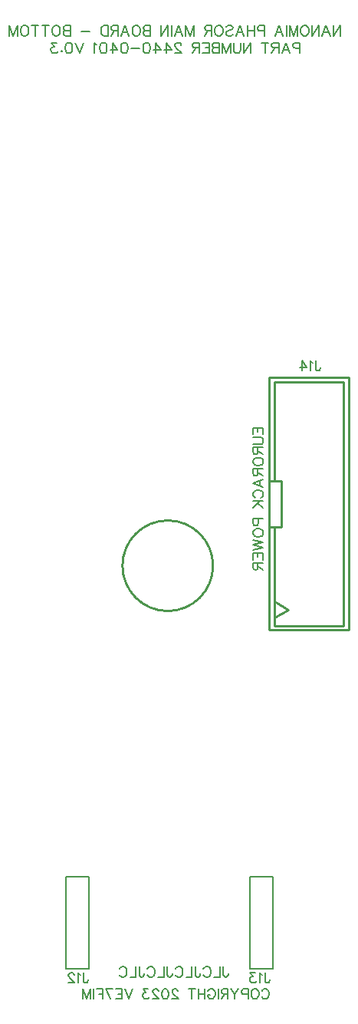
<source format=gbo>
G04 Layer: BottomSilkscreenLayer*
G04 EasyEDA v6.5.29, 2023-07-19 20:14:37*
G04 41db7a399fb243939f9e48431119433e,5a6b42c53f6a479593ecc07194224c93,10*
G04 Gerber Generator version 0.2*
G04 Scale: 100 percent, Rotated: No, Reflected: No *
G04 Dimensions in millimeters *
G04 leading zeros omitted , absolute positions ,4 integer and 5 decimal *
%FSLAX45Y45*%
%MOMM*%

%ADD10C,0.2032*%
%ADD11C,0.1524*%
%ADD12C,0.2030*%
%ADD13C,0.2540*%

%LPD*%
D10*
X-338912Y-6457442D02*
G01*
X-338912Y-6544818D01*
X-333324Y-6561073D01*
X-327990Y-6566662D01*
X-317068Y-6571995D01*
X-306146Y-6571995D01*
X-295224Y-6566662D01*
X-289636Y-6561073D01*
X-284302Y-6544818D01*
X-284302Y-6533895D01*
X-374726Y-6457442D02*
G01*
X-374726Y-6571995D01*
X-374726Y-6571995D02*
G01*
X-440258Y-6571995D01*
X-558114Y-6484873D02*
G01*
X-552780Y-6473952D01*
X-541858Y-6463029D01*
X-530936Y-6457442D01*
X-509092Y-6457442D01*
X-498170Y-6463029D01*
X-487248Y-6473952D01*
X-481660Y-6484873D01*
X-476326Y-6501129D01*
X-476326Y-6528307D01*
X-481660Y-6544818D01*
X-487248Y-6555739D01*
X-498170Y-6566662D01*
X-509092Y-6571995D01*
X-530936Y-6571995D01*
X-541858Y-6566662D01*
X-552780Y-6555739D01*
X-558114Y-6544818D01*
X-648538Y-6457442D02*
G01*
X-648538Y-6544818D01*
X-643204Y-6561073D01*
X-637870Y-6566662D01*
X-626948Y-6571995D01*
X-616026Y-6571995D01*
X-605104Y-6566662D01*
X-599516Y-6561073D01*
X-594182Y-6544818D01*
X-594182Y-6533895D01*
X-684606Y-6457442D02*
G01*
X-684606Y-6571995D01*
X-684606Y-6571995D02*
G01*
X-750138Y-6571995D01*
X-867994Y-6484873D02*
G01*
X-862406Y-6473952D01*
X-851484Y-6463029D01*
X-840562Y-6457442D01*
X-818972Y-6457442D01*
X-808050Y-6463029D01*
X-797128Y-6473952D01*
X-791540Y-6484873D01*
X-786206Y-6501129D01*
X-786206Y-6528307D01*
X-791540Y-6544818D01*
X-797128Y-6555739D01*
X-808050Y-6566662D01*
X-818972Y-6571995D01*
X-840562Y-6571995D01*
X-851484Y-6566662D01*
X-862406Y-6555739D01*
X-867994Y-6544818D01*
X-958418Y-6457442D02*
G01*
X-958418Y-6544818D01*
X-953084Y-6561073D01*
X-947496Y-6566662D01*
X-936574Y-6571995D01*
X-925652Y-6571995D01*
X-914730Y-6566662D01*
X-909396Y-6561073D01*
X-904062Y-6544818D01*
X-904062Y-6533895D01*
X-994486Y-6457442D02*
G01*
X-994486Y-6571995D01*
X-994486Y-6571995D02*
G01*
X-1060018Y-6571995D01*
X-1177874Y-6484873D02*
G01*
X-1172286Y-6473952D01*
X-1161364Y-6463029D01*
X-1150442Y-6457442D01*
X-1128598Y-6457442D01*
X-1117676Y-6463029D01*
X-1106754Y-6473952D01*
X-1101420Y-6484873D01*
X-1095832Y-6501129D01*
X-1095832Y-6528307D01*
X-1101420Y-6544818D01*
X-1106754Y-6555739D01*
X-1117676Y-6566662D01*
X-1128598Y-6571995D01*
X-1150442Y-6571995D01*
X-1161364Y-6566662D01*
X-1172286Y-6555739D01*
X-1177874Y-6544818D01*
X-1268298Y-6457442D02*
G01*
X-1268298Y-6544818D01*
X-1262964Y-6561073D01*
X-1257376Y-6566662D01*
X-1246454Y-6571995D01*
X-1235532Y-6571995D01*
X-1224610Y-6566662D01*
X-1219276Y-6561073D01*
X-1213688Y-6544818D01*
X-1213688Y-6533895D01*
X-1304366Y-6457442D02*
G01*
X-1304366Y-6571995D01*
X-1304366Y-6571995D02*
G01*
X-1369644Y-6571995D01*
X-1487500Y-6484873D02*
G01*
X-1482166Y-6473952D01*
X-1471244Y-6463029D01*
X-1460322Y-6457442D01*
X-1438478Y-6457442D01*
X-1427556Y-6463029D01*
X-1416634Y-6473952D01*
X-1411300Y-6484873D01*
X-1405712Y-6501129D01*
X-1405712Y-6528307D01*
X-1411300Y-6544818D01*
X-1416634Y-6555739D01*
X-1427556Y-6566662D01*
X-1438478Y-6571995D01*
X-1460322Y-6571995D01*
X-1471244Y-6566662D01*
X-1482166Y-6555739D01*
X-1487500Y-6544818D01*
X952500Y3931089D02*
G01*
X952500Y3816545D01*
X952500Y3931089D02*
G01*
X876137Y3816545D01*
X876137Y3931089D02*
G01*
X876137Y3816545D01*
X796500Y3931089D02*
G01*
X840135Y3816545D01*
X796500Y3931089D02*
G01*
X752863Y3816545D01*
X823772Y3854726D02*
G01*
X769228Y3854726D01*
X716864Y3931089D02*
G01*
X716864Y3816545D01*
X716864Y3931089D02*
G01*
X640501Y3816545D01*
X640501Y3931089D02*
G01*
X640501Y3816545D01*
X571774Y3931089D02*
G01*
X582683Y3925636D01*
X593590Y3914726D01*
X599046Y3903817D01*
X604499Y3887454D01*
X604499Y3860182D01*
X599046Y3843817D01*
X593590Y3832908D01*
X582683Y3821998D01*
X571774Y3816545D01*
X549955Y3816545D01*
X539046Y3821998D01*
X528137Y3832908D01*
X522683Y3843817D01*
X517227Y3860182D01*
X517227Y3887454D01*
X522683Y3903817D01*
X528137Y3914726D01*
X539046Y3925636D01*
X549955Y3931089D01*
X571774Y3931089D01*
X481228Y3931089D02*
G01*
X481228Y3816545D01*
X481228Y3931089D02*
G01*
X437591Y3816545D01*
X393956Y3931089D02*
G01*
X437591Y3816545D01*
X393956Y3931089D02*
G01*
X393956Y3816545D01*
X357954Y3931089D02*
G01*
X357954Y3816545D01*
X278320Y3931089D02*
G01*
X321955Y3816545D01*
X278320Y3931089D02*
G01*
X234683Y3816545D01*
X305592Y3854726D02*
G01*
X251045Y3854726D01*
X114683Y3931089D02*
G01*
X114683Y3816545D01*
X114683Y3931089D02*
G01*
X65592Y3931089D01*
X49230Y3925636D01*
X43774Y3920182D01*
X38320Y3909273D01*
X38320Y3892908D01*
X43774Y3881998D01*
X49230Y3876545D01*
X65592Y3871089D01*
X114683Y3871089D01*
X2319Y3931089D02*
G01*
X2319Y3816545D01*
X-74043Y3931089D02*
G01*
X-74043Y3816545D01*
X2319Y3876545D02*
G01*
X-74043Y3876545D01*
X-153680Y3931089D02*
G01*
X-110042Y3816545D01*
X-153680Y3931089D02*
G01*
X-197314Y3816545D01*
X-126408Y3854726D02*
G01*
X-180952Y3854726D01*
X-309679Y3914726D02*
G01*
X-298770Y3925636D01*
X-282407Y3931089D01*
X-260588Y3931089D01*
X-244226Y3925636D01*
X-233316Y3914726D01*
X-233316Y3903817D01*
X-238770Y3892908D01*
X-244226Y3887454D01*
X-255132Y3881998D01*
X-287860Y3871089D01*
X-298770Y3865636D01*
X-304225Y3860182D01*
X-309679Y3849273D01*
X-309679Y3832908D01*
X-298770Y3821998D01*
X-282407Y3816545D01*
X-260588Y3816545D01*
X-244226Y3821998D01*
X-233316Y3832908D01*
X-378406Y3931089D02*
G01*
X-367497Y3925636D01*
X-356588Y3914726D01*
X-351134Y3903817D01*
X-345678Y3887454D01*
X-345678Y3860182D01*
X-351134Y3843817D01*
X-356588Y3832908D01*
X-367497Y3821998D01*
X-378406Y3816545D01*
X-400225Y3816545D01*
X-411134Y3821998D01*
X-422043Y3832908D01*
X-427497Y3843817D01*
X-432950Y3860182D01*
X-432950Y3887454D01*
X-427497Y3903817D01*
X-422043Y3914726D01*
X-411134Y3925636D01*
X-400225Y3931089D01*
X-378406Y3931089D01*
X-468952Y3931089D02*
G01*
X-468952Y3816545D01*
X-468952Y3931089D02*
G01*
X-518043Y3931089D01*
X-534405Y3925636D01*
X-539861Y3920182D01*
X-545315Y3909273D01*
X-545315Y3898364D01*
X-539861Y3887454D01*
X-534405Y3881998D01*
X-518043Y3876545D01*
X-468952Y3876545D01*
X-507133Y3876545D02*
G01*
X-545315Y3816545D01*
X-665314Y3931089D02*
G01*
X-665314Y3816545D01*
X-665314Y3931089D02*
G01*
X-708952Y3816545D01*
X-752586Y3931089D02*
G01*
X-708952Y3816545D01*
X-752586Y3931089D02*
G01*
X-752586Y3816545D01*
X-832223Y3931089D02*
G01*
X-788586Y3816545D01*
X-832223Y3931089D02*
G01*
X-875860Y3816545D01*
X-804951Y3854726D02*
G01*
X-859495Y3854726D01*
X-911860Y3931089D02*
G01*
X-911860Y3816545D01*
X-947859Y3931089D02*
G01*
X-947859Y3816545D01*
X-947859Y3931089D02*
G01*
X-1024224Y3816545D01*
X-1024224Y3931089D02*
G01*
X-1024224Y3816545D01*
X-1144224Y3931089D02*
G01*
X-1144224Y3816545D01*
X-1144224Y3931089D02*
G01*
X-1193314Y3931089D01*
X-1209677Y3925636D01*
X-1215130Y3920182D01*
X-1220586Y3909273D01*
X-1220586Y3898364D01*
X-1215130Y3887454D01*
X-1209677Y3881998D01*
X-1193314Y3876545D01*
X-1144224Y3876545D02*
G01*
X-1193314Y3876545D01*
X-1209677Y3871089D01*
X-1215130Y3865636D01*
X-1220586Y3854726D01*
X-1220586Y3838364D01*
X-1215130Y3827454D01*
X-1209677Y3821998D01*
X-1193314Y3816545D01*
X-1144224Y3816545D01*
X-1289314Y3931089D02*
G01*
X-1278404Y3925636D01*
X-1267495Y3914726D01*
X-1262042Y3903817D01*
X-1256586Y3887454D01*
X-1256586Y3860182D01*
X-1262042Y3843817D01*
X-1267495Y3832908D01*
X-1278404Y3821998D01*
X-1289314Y3816545D01*
X-1311132Y3816545D01*
X-1322042Y3821998D01*
X-1332948Y3832908D01*
X-1338404Y3843817D01*
X-1343858Y3860182D01*
X-1343858Y3887454D01*
X-1338404Y3903817D01*
X-1332948Y3914726D01*
X-1322042Y3925636D01*
X-1311132Y3931089D01*
X-1289314Y3931089D01*
X-1423494Y3931089D02*
G01*
X-1379860Y3816545D01*
X-1423494Y3931089D02*
G01*
X-1467131Y3816545D01*
X-1396222Y3854726D02*
G01*
X-1450766Y3854726D01*
X-1503131Y3931089D02*
G01*
X-1503131Y3816545D01*
X-1503131Y3931089D02*
G01*
X-1552221Y3931089D01*
X-1568584Y3925636D01*
X-1574040Y3920182D01*
X-1579493Y3909273D01*
X-1579493Y3898364D01*
X-1574040Y3887454D01*
X-1568584Y3881998D01*
X-1552221Y3876545D01*
X-1503131Y3876545D01*
X-1541312Y3876545D02*
G01*
X-1579493Y3816545D01*
X-1615495Y3931089D02*
G01*
X-1615495Y3816545D01*
X-1615495Y3931089D02*
G01*
X-1653677Y3931089D01*
X-1670039Y3925636D01*
X-1680949Y3914726D01*
X-1686405Y3903817D01*
X-1691858Y3887454D01*
X-1691858Y3860182D01*
X-1686405Y3843817D01*
X-1680949Y3832908D01*
X-1670039Y3821998D01*
X-1653677Y3816545D01*
X-1615495Y3816545D01*
X-1811858Y3865636D02*
G01*
X-1910039Y3865636D01*
X-2030039Y3931089D02*
G01*
X-2030039Y3816545D01*
X-2030039Y3931089D02*
G01*
X-2079129Y3931089D01*
X-2095494Y3925636D01*
X-2100948Y3920182D01*
X-2106404Y3909273D01*
X-2106404Y3898364D01*
X-2100948Y3887454D01*
X-2095494Y3881998D01*
X-2079129Y3876545D01*
X-2030039Y3876545D02*
G01*
X-2079129Y3876545D01*
X-2095494Y3871089D01*
X-2100948Y3865636D01*
X-2106404Y3854726D01*
X-2106404Y3838364D01*
X-2100948Y3827454D01*
X-2095494Y3821998D01*
X-2079129Y3816545D01*
X-2030039Y3816545D01*
X-2175129Y3931089D02*
G01*
X-2164222Y3925636D01*
X-2153312Y3914726D01*
X-2147857Y3903817D01*
X-2142403Y3887454D01*
X-2142403Y3860182D01*
X-2147857Y3843817D01*
X-2153312Y3832908D01*
X-2164222Y3821998D01*
X-2175129Y3816545D01*
X-2196947Y3816545D01*
X-2207856Y3821998D01*
X-2218766Y3832908D01*
X-2224222Y3843817D01*
X-2229675Y3860182D01*
X-2229675Y3887454D01*
X-2224222Y3903817D01*
X-2218766Y3914726D01*
X-2207856Y3925636D01*
X-2196947Y3931089D01*
X-2175129Y3931089D01*
X-2303856Y3931089D02*
G01*
X-2303856Y3816545D01*
X-2265674Y3931089D02*
G01*
X-2342040Y3931089D01*
X-2416220Y3931089D02*
G01*
X-2416220Y3816545D01*
X-2378039Y3931089D02*
G01*
X-2454402Y3931089D01*
X-2523129Y3931089D02*
G01*
X-2512220Y3925636D01*
X-2501310Y3914726D01*
X-2495857Y3903817D01*
X-2490401Y3887454D01*
X-2490401Y3860182D01*
X-2495857Y3843817D01*
X-2501310Y3832908D01*
X-2512220Y3821998D01*
X-2523129Y3816545D01*
X-2544947Y3816545D01*
X-2555857Y3821998D01*
X-2566766Y3832908D01*
X-2572219Y3843817D01*
X-2577675Y3860182D01*
X-2577675Y3887454D01*
X-2572219Y3903817D01*
X-2566766Y3914726D01*
X-2555857Y3925636D01*
X-2544947Y3931089D01*
X-2523129Y3931089D01*
X-2613675Y3931089D02*
G01*
X-2613675Y3816545D01*
X-2613675Y3931089D02*
G01*
X-2657309Y3816545D01*
X-2700947Y3931089D02*
G01*
X-2657309Y3816545D01*
X-2700947Y3931089D02*
G01*
X-2700947Y3816545D01*
X508000Y3740589D02*
G01*
X508000Y3626045D01*
X508000Y3740589D02*
G01*
X458909Y3740589D01*
X442546Y3735136D01*
X437090Y3729682D01*
X431637Y3718773D01*
X431637Y3702408D01*
X437090Y3691499D01*
X442546Y3686045D01*
X458909Y3680589D01*
X508000Y3680589D01*
X352000Y3740589D02*
G01*
X395635Y3626045D01*
X352000Y3740589D02*
G01*
X308363Y3626045D01*
X379272Y3664226D02*
G01*
X324728Y3664226D01*
X272364Y3740589D02*
G01*
X272364Y3626045D01*
X272364Y3740589D02*
G01*
X223273Y3740589D01*
X206910Y3735136D01*
X201455Y3729682D01*
X196000Y3718773D01*
X196000Y3707864D01*
X201455Y3696954D01*
X206910Y3691499D01*
X223273Y3686045D01*
X272364Y3686045D01*
X234182Y3686045D02*
G01*
X196000Y3626045D01*
X121818Y3740589D02*
G01*
X121818Y3626045D01*
X159999Y3740589D02*
G01*
X83637Y3740589D01*
X-36362Y3740589D02*
G01*
X-36362Y3626045D01*
X-36362Y3740589D02*
G01*
X-112725Y3626045D01*
X-112725Y3740589D02*
G01*
X-112725Y3626045D01*
X-148727Y3740589D02*
G01*
X-148727Y3658773D01*
X-154180Y3642408D01*
X-165089Y3631499D01*
X-181452Y3626045D01*
X-192361Y3626045D01*
X-208727Y3631499D01*
X-219633Y3642408D01*
X-225089Y3658773D01*
X-225089Y3740589D01*
X-261089Y3740589D02*
G01*
X-261089Y3626045D01*
X-261089Y3740589D02*
G01*
X-304726Y3626045D01*
X-348361Y3740589D02*
G01*
X-304726Y3626045D01*
X-348361Y3740589D02*
G01*
X-348361Y3626045D01*
X-384362Y3740589D02*
G01*
X-384362Y3626045D01*
X-384362Y3740589D02*
G01*
X-433453Y3740589D01*
X-449816Y3735136D01*
X-455269Y3729682D01*
X-460725Y3718773D01*
X-460725Y3707864D01*
X-455269Y3696954D01*
X-449816Y3691499D01*
X-433453Y3686045D01*
X-384362Y3686045D02*
G01*
X-433453Y3686045D01*
X-449816Y3680589D01*
X-455269Y3675136D01*
X-460725Y3664226D01*
X-460725Y3647864D01*
X-455269Y3636954D01*
X-449816Y3631499D01*
X-433453Y3626045D01*
X-384362Y3626045D01*
X-496724Y3740589D02*
G01*
X-496724Y3626045D01*
X-496724Y3740589D02*
G01*
X-567634Y3740589D01*
X-496724Y3686045D02*
G01*
X-540362Y3686045D01*
X-496724Y3626045D02*
G01*
X-567634Y3626045D01*
X-603633Y3740589D02*
G01*
X-603633Y3626045D01*
X-603633Y3740589D02*
G01*
X-652724Y3740589D01*
X-669089Y3735136D01*
X-674542Y3729682D01*
X-679998Y3718773D01*
X-679998Y3707864D01*
X-674542Y3696954D01*
X-669089Y3691499D01*
X-652724Y3686045D01*
X-603633Y3686045D01*
X-641814Y3686045D02*
G01*
X-679998Y3626045D01*
X-805451Y3713317D02*
G01*
X-805451Y3718773D01*
X-810907Y3729682D01*
X-816361Y3735136D01*
X-827270Y3740589D01*
X-849088Y3740589D01*
X-859998Y3735136D01*
X-865451Y3729682D01*
X-870907Y3718773D01*
X-870907Y3707864D01*
X-865451Y3696954D01*
X-854542Y3680589D01*
X-799998Y3626045D01*
X-876360Y3626045D01*
X-966906Y3740589D02*
G01*
X-912360Y3664226D01*
X-994178Y3664226D01*
X-966906Y3740589D02*
G01*
X-966906Y3626045D01*
X-1084724Y3740589D02*
G01*
X-1030178Y3664226D01*
X-1111996Y3664226D01*
X-1084724Y3740589D02*
G01*
X-1084724Y3626045D01*
X-1180724Y3740589D02*
G01*
X-1164361Y3735136D01*
X-1153452Y3718773D01*
X-1147996Y3691499D01*
X-1147996Y3675136D01*
X-1153452Y3647864D01*
X-1164361Y3631499D01*
X-1180724Y3626045D01*
X-1191633Y3626045D01*
X-1207996Y3631499D01*
X-1218905Y3647864D01*
X-1224361Y3675136D01*
X-1224361Y3691499D01*
X-1218905Y3718773D01*
X-1207996Y3735136D01*
X-1191633Y3740589D01*
X-1180724Y3740589D01*
X-1260360Y3675136D02*
G01*
X-1358541Y3675136D01*
X-1427269Y3740589D02*
G01*
X-1410906Y3735136D01*
X-1399997Y3718773D01*
X-1394541Y3691499D01*
X-1394541Y3675136D01*
X-1399997Y3647864D01*
X-1410906Y3631499D01*
X-1427269Y3626045D01*
X-1438178Y3626045D01*
X-1454541Y3631499D01*
X-1465450Y3647864D01*
X-1470906Y3675136D01*
X-1470906Y3691499D01*
X-1465450Y3718773D01*
X-1454541Y3735136D01*
X-1438178Y3740589D01*
X-1427269Y3740589D01*
X-1561449Y3740589D02*
G01*
X-1506905Y3664226D01*
X-1588724Y3664226D01*
X-1561449Y3740589D02*
G01*
X-1561449Y3626045D01*
X-1657449Y3740589D02*
G01*
X-1641086Y3735136D01*
X-1630177Y3718773D01*
X-1624723Y3691499D01*
X-1624723Y3675136D01*
X-1630177Y3647864D01*
X-1641086Y3631499D01*
X-1657449Y3626045D01*
X-1668358Y3626045D01*
X-1684723Y3631499D01*
X-1695632Y3647864D01*
X-1701086Y3675136D01*
X-1701086Y3691499D01*
X-1695632Y3718773D01*
X-1684723Y3735136D01*
X-1668358Y3740589D01*
X-1657449Y3740589D01*
X-1737085Y3718773D02*
G01*
X-1747994Y3724226D01*
X-1764360Y3740589D01*
X-1764360Y3626045D01*
X-1884359Y3740589D02*
G01*
X-1927994Y3626045D01*
X-1971631Y3740589D02*
G01*
X-1927994Y3626045D01*
X-2040359Y3740589D02*
G01*
X-2023993Y3735136D01*
X-2013084Y3718773D01*
X-2007631Y3691499D01*
X-2007631Y3675136D01*
X-2013084Y3647864D01*
X-2023993Y3631499D01*
X-2040359Y3626045D01*
X-2051268Y3626045D01*
X-2067631Y3631499D01*
X-2078540Y3647864D01*
X-2083993Y3675136D01*
X-2083993Y3691499D01*
X-2078540Y3718773D01*
X-2067631Y3735136D01*
X-2051268Y3740589D01*
X-2040359Y3740589D01*
X-2125449Y3653317D02*
G01*
X-2119995Y3647864D01*
X-2125449Y3642408D01*
X-2130905Y3647864D01*
X-2125449Y3653317D01*
X-2177813Y3740589D02*
G01*
X-2237813Y3740589D01*
X-2205085Y3696954D01*
X-2221448Y3696954D01*
X-2232357Y3691499D01*
X-2237813Y3686045D01*
X-2243267Y3669682D01*
X-2243267Y3658773D01*
X-2237813Y3642408D01*
X-2226904Y3631499D01*
X-2210539Y3626045D01*
X-2194176Y3626045D01*
X-2177813Y3631499D01*
X-2172357Y3636954D01*
X-2166904Y3647864D01*
D11*
X87167Y-6730537D02*
G01*
X92364Y-6720146D01*
X102755Y-6709755D01*
X113144Y-6704561D01*
X133926Y-6704561D01*
X144317Y-6709755D01*
X154708Y-6720146D01*
X159905Y-6730537D01*
X165100Y-6746125D01*
X165100Y-6772102D01*
X159905Y-6787687D01*
X154708Y-6798078D01*
X144317Y-6808470D01*
X133926Y-6813664D01*
X113144Y-6813664D01*
X102755Y-6808470D01*
X92364Y-6798078D01*
X87167Y-6787687D01*
X21704Y-6704561D02*
G01*
X32095Y-6709755D01*
X42486Y-6720146D01*
X47683Y-6730537D01*
X52877Y-6746125D01*
X52877Y-6772102D01*
X47683Y-6787687D01*
X42486Y-6798078D01*
X32095Y-6808470D01*
X21704Y-6813664D01*
X924Y-6813664D01*
X-9466Y-6808470D01*
X-19857Y-6798078D01*
X-25054Y-6787687D01*
X-30248Y-6772102D01*
X-30248Y-6746125D01*
X-25054Y-6730537D01*
X-19857Y-6720146D01*
X-9466Y-6709755D01*
X924Y-6704561D01*
X21704Y-6704561D01*
X-64538Y-6704561D02*
G01*
X-64538Y-6813664D01*
X-64538Y-6704561D02*
G01*
X-111297Y-6704561D01*
X-126885Y-6709755D01*
X-132079Y-6714952D01*
X-137274Y-6725343D01*
X-137274Y-6740928D01*
X-132079Y-6751320D01*
X-126885Y-6756514D01*
X-111297Y-6761711D01*
X-64538Y-6761711D01*
X-171564Y-6704561D02*
G01*
X-213128Y-6756514D01*
X-213128Y-6813664D01*
X-254693Y-6704561D02*
G01*
X-213128Y-6756514D01*
X-288983Y-6704561D02*
G01*
X-288983Y-6813664D01*
X-288983Y-6704561D02*
G01*
X-335742Y-6704561D01*
X-351327Y-6709755D01*
X-356524Y-6714952D01*
X-361718Y-6725343D01*
X-361718Y-6735734D01*
X-356524Y-6746125D01*
X-351327Y-6751320D01*
X-335742Y-6756514D01*
X-288983Y-6756514D01*
X-325351Y-6756514D02*
G01*
X-361718Y-6813664D01*
X-396008Y-6704561D02*
G01*
X-396008Y-6813664D01*
X-508231Y-6730537D02*
G01*
X-503034Y-6720146D01*
X-492645Y-6709755D01*
X-482254Y-6704561D01*
X-461472Y-6704561D01*
X-451081Y-6709755D01*
X-440690Y-6720146D01*
X-435495Y-6730537D01*
X-430298Y-6746125D01*
X-430298Y-6772102D01*
X-435495Y-6787687D01*
X-440690Y-6798078D01*
X-451081Y-6808470D01*
X-461472Y-6813664D01*
X-482254Y-6813664D01*
X-492645Y-6808470D01*
X-503034Y-6798078D01*
X-508231Y-6787687D01*
X-508231Y-6772102D01*
X-482254Y-6772102D02*
G01*
X-508231Y-6772102D01*
X-542521Y-6704561D02*
G01*
X-542521Y-6813664D01*
X-615256Y-6704561D02*
G01*
X-615256Y-6813664D01*
X-542521Y-6756514D02*
G01*
X-615256Y-6756514D01*
X-685914Y-6704561D02*
G01*
X-685914Y-6813664D01*
X-649546Y-6704561D02*
G01*
X-722284Y-6704561D01*
X-841778Y-6730537D02*
G01*
X-841778Y-6725343D01*
X-846975Y-6714952D01*
X-852170Y-6709755D01*
X-862561Y-6704561D01*
X-883343Y-6704561D01*
X-893734Y-6709755D01*
X-898928Y-6714952D01*
X-904125Y-6725343D01*
X-904125Y-6735734D01*
X-898928Y-6746125D01*
X-888537Y-6761711D01*
X-836584Y-6813664D01*
X-909320Y-6813664D01*
X-974783Y-6704561D02*
G01*
X-959195Y-6709755D01*
X-948804Y-6725343D01*
X-943610Y-6751320D01*
X-943610Y-6766905D01*
X-948804Y-6792884D01*
X-959195Y-6808470D01*
X-974783Y-6813664D01*
X-985174Y-6813664D01*
X-1000760Y-6808470D01*
X-1011151Y-6792884D01*
X-1016345Y-6766905D01*
X-1016345Y-6751320D01*
X-1011151Y-6725343D01*
X-1000760Y-6709755D01*
X-985174Y-6704561D01*
X-974783Y-6704561D01*
X-1055832Y-6730537D02*
G01*
X-1055832Y-6725343D01*
X-1061026Y-6714952D01*
X-1066223Y-6709755D01*
X-1076614Y-6704561D01*
X-1097394Y-6704561D01*
X-1107785Y-6709755D01*
X-1112982Y-6714952D01*
X-1118176Y-6725343D01*
X-1118176Y-6735734D01*
X-1112982Y-6746125D01*
X-1102591Y-6761711D01*
X-1050635Y-6813664D01*
X-1123373Y-6813664D01*
X-1168054Y-6704561D02*
G01*
X-1225204Y-6704561D01*
X-1194031Y-6746125D01*
X-1209616Y-6746125D01*
X-1220007Y-6751320D01*
X-1225204Y-6756514D01*
X-1230398Y-6772102D01*
X-1230398Y-6782493D01*
X-1225204Y-6798078D01*
X-1214813Y-6808470D01*
X-1199225Y-6813664D01*
X-1183640Y-6813664D01*
X-1168054Y-6808470D01*
X-1162857Y-6803275D01*
X-1157663Y-6792884D01*
X-1344698Y-6704561D02*
G01*
X-1386263Y-6813664D01*
X-1427825Y-6704561D02*
G01*
X-1386263Y-6813664D01*
X-1462115Y-6704561D02*
G01*
X-1462115Y-6813664D01*
X-1462115Y-6704561D02*
G01*
X-1529656Y-6704561D01*
X-1462115Y-6756514D02*
G01*
X-1503679Y-6756514D01*
X-1462115Y-6813664D02*
G01*
X-1529656Y-6813664D01*
X-1636684Y-6704561D02*
G01*
X-1584728Y-6813664D01*
X-1563946Y-6704561D02*
G01*
X-1636684Y-6704561D01*
X-1670974Y-6704561D02*
G01*
X-1670974Y-6813664D01*
X-1670974Y-6704561D02*
G01*
X-1738515Y-6704561D01*
X-1670974Y-6756514D02*
G01*
X-1712536Y-6756514D01*
X-1772805Y-6704561D02*
G01*
X-1772805Y-6813664D01*
X-1807095Y-6704561D02*
G01*
X-1807095Y-6813664D01*
X-1807095Y-6704561D02*
G01*
X-1848657Y-6813664D01*
X-1890222Y-6704561D02*
G01*
X-1848657Y-6813664D01*
X-1890222Y-6704561D02*
G01*
X-1890222Y-6813664D01*
D10*
X-11691Y-508000D02*
G01*
X102852Y-508000D01*
X-11691Y-508000D02*
G01*
X-11691Y-578909D01*
X42852Y-508000D02*
G01*
X42852Y-551637D01*
X102852Y-508000D02*
G01*
X102852Y-578909D01*
X-11691Y-614908D02*
G01*
X70124Y-614908D01*
X86489Y-620364D01*
X97398Y-631271D01*
X102852Y-647636D01*
X102852Y-658545D01*
X97398Y-674908D01*
X86489Y-685817D01*
X70124Y-691271D01*
X-11691Y-691271D01*
X-11691Y-727273D02*
G01*
X102852Y-727273D01*
X-11691Y-727273D02*
G01*
X-11691Y-776363D01*
X-6238Y-792726D01*
X-784Y-798182D01*
X10124Y-803635D01*
X21033Y-803635D01*
X31943Y-798182D01*
X37398Y-792726D01*
X42852Y-776363D01*
X42852Y-727273D01*
X42852Y-765454D02*
G01*
X102852Y-803635D01*
X-11691Y-872362D02*
G01*
X-6238Y-861453D01*
X4671Y-850544D01*
X15580Y-845091D01*
X31943Y-839635D01*
X59215Y-839635D01*
X75580Y-845091D01*
X86489Y-850544D01*
X97398Y-861453D01*
X102852Y-872362D01*
X102852Y-894181D01*
X97398Y-905090D01*
X86489Y-916000D01*
X75580Y-921453D01*
X59215Y-926909D01*
X31943Y-926909D01*
X15580Y-921453D01*
X4671Y-916000D01*
X-6238Y-905090D01*
X-11691Y-894181D01*
X-11691Y-872362D01*
X-11691Y-962908D02*
G01*
X102852Y-962908D01*
X-11691Y-962908D02*
G01*
X-11691Y-1011999D01*
X-6238Y-1028362D01*
X-784Y-1033818D01*
X10124Y-1039271D01*
X21033Y-1039271D01*
X31943Y-1033818D01*
X37398Y-1028362D01*
X42852Y-1011999D01*
X42852Y-962908D01*
X42852Y-1001090D02*
G01*
X102852Y-1039271D01*
X-11691Y-1118908D02*
G01*
X102852Y-1075270D01*
X-11691Y-1118908D02*
G01*
X102852Y-1162545D01*
X64670Y-1091636D02*
G01*
X64670Y-1146180D01*
X15580Y-1280363D02*
G01*
X4671Y-1274907D01*
X-6238Y-1263997D01*
X-11691Y-1253088D01*
X-11691Y-1231270D01*
X-6238Y-1220363D01*
X4671Y-1209454D01*
X15580Y-1203998D01*
X31943Y-1198544D01*
X59215Y-1198544D01*
X75580Y-1203998D01*
X86489Y-1209454D01*
X97398Y-1220363D01*
X102852Y-1231270D01*
X102852Y-1253088D01*
X97398Y-1263997D01*
X86489Y-1274907D01*
X75580Y-1280363D01*
X-11691Y-1316362D02*
G01*
X102852Y-1316362D01*
X-11691Y-1392725D02*
G01*
X64670Y-1316362D01*
X37398Y-1343634D02*
G01*
X102852Y-1392725D01*
X-11691Y-1512724D02*
G01*
X102852Y-1512724D01*
X-11691Y-1512724D02*
G01*
X-11691Y-1561815D01*
X-6238Y-1578180D01*
X-784Y-1583634D01*
X10124Y-1589087D01*
X26489Y-1589087D01*
X37398Y-1583634D01*
X42852Y-1578180D01*
X48308Y-1561815D01*
X48308Y-1512724D01*
X-11691Y-1657814D02*
G01*
X-6238Y-1646908D01*
X4671Y-1635998D01*
X15580Y-1630542D01*
X31943Y-1625089D01*
X59215Y-1625089D01*
X75580Y-1630542D01*
X86489Y-1635998D01*
X97398Y-1646908D01*
X102852Y-1657814D01*
X102852Y-1679633D01*
X97398Y-1690542D01*
X86489Y-1701452D01*
X75580Y-1706907D01*
X59215Y-1712361D01*
X31943Y-1712361D01*
X15580Y-1706907D01*
X4671Y-1701452D01*
X-6238Y-1690542D01*
X-11691Y-1679633D01*
X-11691Y-1657814D01*
X-11691Y-1748360D02*
G01*
X102852Y-1775632D01*
X-11691Y-1802907D02*
G01*
X102852Y-1775632D01*
X-11691Y-1802907D02*
G01*
X102852Y-1830179D01*
X-11691Y-1857451D02*
G01*
X102852Y-1830179D01*
X-11691Y-1893450D02*
G01*
X102852Y-1893450D01*
X-11691Y-1893450D02*
G01*
X-11691Y-1964359D01*
X42852Y-1893450D02*
G01*
X42852Y-1937087D01*
X102852Y-1893450D02*
G01*
X102852Y-1964359D01*
X-11691Y-2000361D02*
G01*
X102852Y-2000361D01*
X-11691Y-2000361D02*
G01*
X-11691Y-2049452D01*
X-6238Y-2065815D01*
X-784Y-2071268D01*
X10124Y-2076724D01*
X21033Y-2076724D01*
X31943Y-2071268D01*
X37398Y-2065815D01*
X42852Y-2049452D01*
X42852Y-2000361D01*
X42852Y-2038543D02*
G01*
X102852Y-2076724D01*
D11*
X120942Y-6526761D02*
G01*
X120942Y-6609887D01*
X126138Y-6625475D01*
X131333Y-6630670D01*
X141724Y-6635864D01*
X152115Y-6635864D01*
X162506Y-6630670D01*
X167703Y-6625475D01*
X172897Y-6609887D01*
X172897Y-6599496D01*
X86652Y-6547543D02*
G01*
X76263Y-6542346D01*
X60675Y-6526761D01*
X60675Y-6635864D01*
X15994Y-6526761D02*
G01*
X-41155Y-6526761D01*
X-9982Y-6568325D01*
X-25567Y-6568325D01*
X-35958Y-6573520D01*
X-41155Y-6578714D01*
X-46349Y-6594302D01*
X-46349Y-6604693D01*
X-41155Y-6620278D01*
X-30764Y-6630670D01*
X-15176Y-6635864D01*
X408Y-6635864D01*
X15994Y-6630670D01*
X21191Y-6625475D01*
X26385Y-6615084D01*
X-1885657Y-6526761D02*
G01*
X-1885657Y-6609887D01*
X-1880461Y-6625475D01*
X-1875266Y-6630670D01*
X-1864875Y-6635864D01*
X-1854484Y-6635864D01*
X-1844093Y-6630670D01*
X-1838896Y-6625475D01*
X-1833702Y-6609887D01*
X-1833702Y-6599496D01*
X-1919947Y-6547543D02*
G01*
X-1930336Y-6542346D01*
X-1945924Y-6526761D01*
X-1945924Y-6635864D01*
X-1985408Y-6552737D02*
G01*
X-1985408Y-6547543D01*
X-1990605Y-6537152D01*
X-1995799Y-6531955D01*
X-2006191Y-6526761D01*
X-2026973Y-6526761D01*
X-2037364Y-6531955D01*
X-2042558Y-6537152D01*
X-2047755Y-6547543D01*
X-2047755Y-6557934D01*
X-2042558Y-6568325D01*
X-2032167Y-6583911D01*
X-1980214Y-6635864D01*
X-2052949Y-6635864D01*
X679742Y229641D02*
G01*
X679742Y146514D01*
X684938Y130926D01*
X690133Y125732D01*
X700524Y120538D01*
X710915Y120538D01*
X721306Y125732D01*
X726503Y130926D01*
X731697Y146514D01*
X731697Y156905D01*
X645452Y208859D02*
G01*
X635063Y214055D01*
X619475Y229641D01*
X619475Y120538D01*
X533232Y229641D02*
G01*
X585185Y156905D01*
X507253Y156905D01*
X533232Y229641D02*
G01*
X533232Y120538D01*
D10*
X204693Y-5461000D02*
G01*
X-49306Y-5461000D01*
X-49306Y-6477000D01*
X204693Y-6477000D01*
X204693Y-6286500D01*
D12*
X204693Y-5461000D02*
G01*
X204693Y-6286500D01*
D10*
X-1827306Y-5461000D02*
G01*
X-2081306Y-5461000D01*
X-2081306Y-6477000D01*
X-1827306Y-6477000D01*
X-1827306Y-6286500D01*
D12*
X-1827306Y-5461000D02*
G01*
X-1827306Y-6286500D01*
D13*
X222570Y-2599174D02*
G01*
X376097Y-2514597D01*
X222570Y-2421374D01*
X1044696Y-2742191D02*
G01*
X1044696Y49799D01*
X1044696Y49796D02*
G01*
X164698Y49799D01*
X164698Y49799D02*
G01*
X164698Y-2742191D01*
X164698Y-2742191D02*
G01*
X1044696Y-2742191D01*
X172897Y-1600197D02*
G01*
X299897Y-1600197D01*
X299897Y-1092197D01*
X172897Y-1092197D01*
X223697Y-2692397D02*
G01*
X985697Y-2692397D01*
X985697Y2D01*
X223697Y2D01*
X223697Y-1092197D01*
X223697Y-1600197D02*
G01*
X223697Y-2692397D01*
G75*
G01
X-452501Y-2032000D02*
G03X-452501Y-2032000I-499999J0D01*
M02*

</source>
